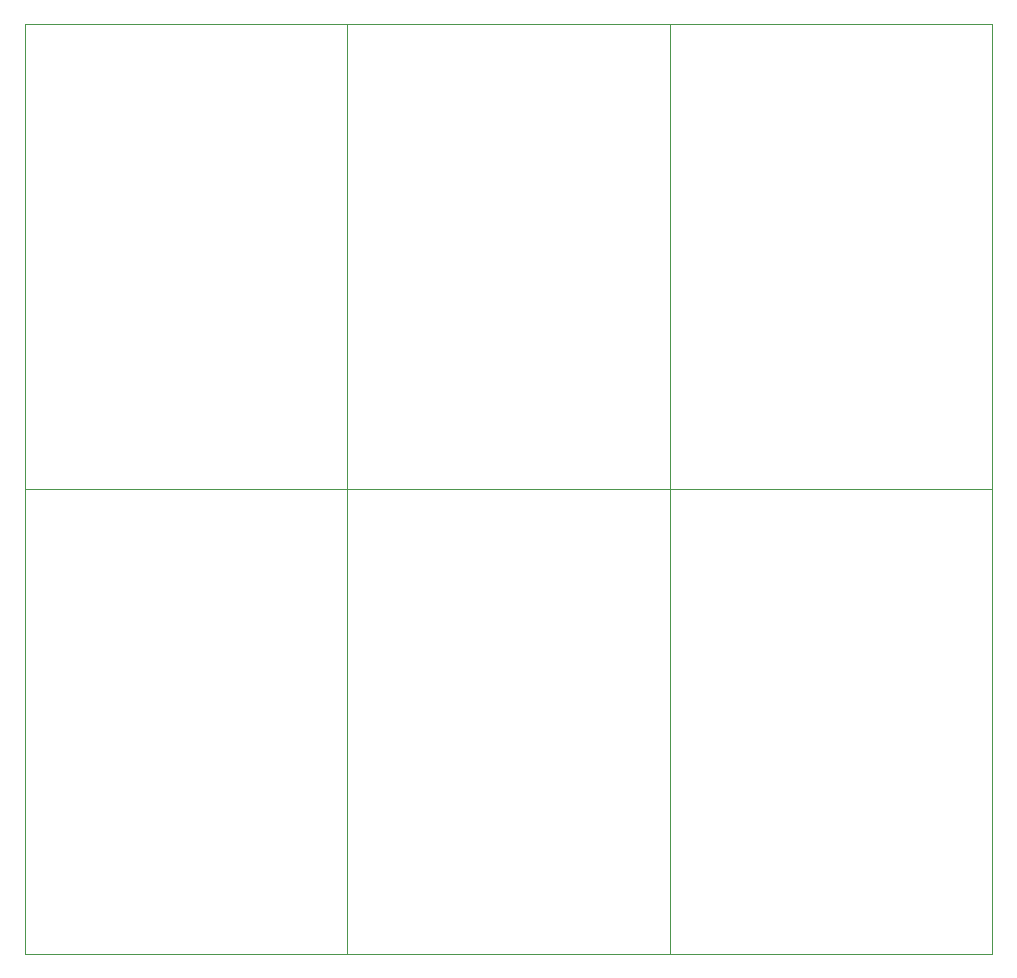
<source format=gbr>
%FSLAX34Y34*%
%MOMM*%
%LNOUTLINE*%
G71*
G01*
%ADD10C, 0.100*%
%LPD*%
G54D10*
X12700Y-25400D02*
X285750Y-25400D01*
X285750Y-419100D01*
X12700Y-419100D01*
X12700Y-25400D01*
G54D10*
X285750Y-25400D02*
X558800Y-25400D01*
X558800Y-419100D01*
X285750Y-419100D01*
X285750Y-25400D01*
G54D10*
X558800Y-25400D02*
X831850Y-25400D01*
X831850Y-419100D01*
X558800Y-419100D01*
X558800Y-25400D01*
G54D10*
X12700Y-419100D02*
X285750Y-419100D01*
X285750Y-812800D01*
X12700Y-812800D01*
X12700Y-419100D01*
G54D10*
X285750Y-419100D02*
X558800Y-419100D01*
X558800Y-812800D01*
X285750Y-812800D01*
X285750Y-419100D01*
G54D10*
X558800Y-419100D02*
X831850Y-419100D01*
X831850Y-812800D01*
X558800Y-812800D01*
X558800Y-419100D01*
M02*

</source>
